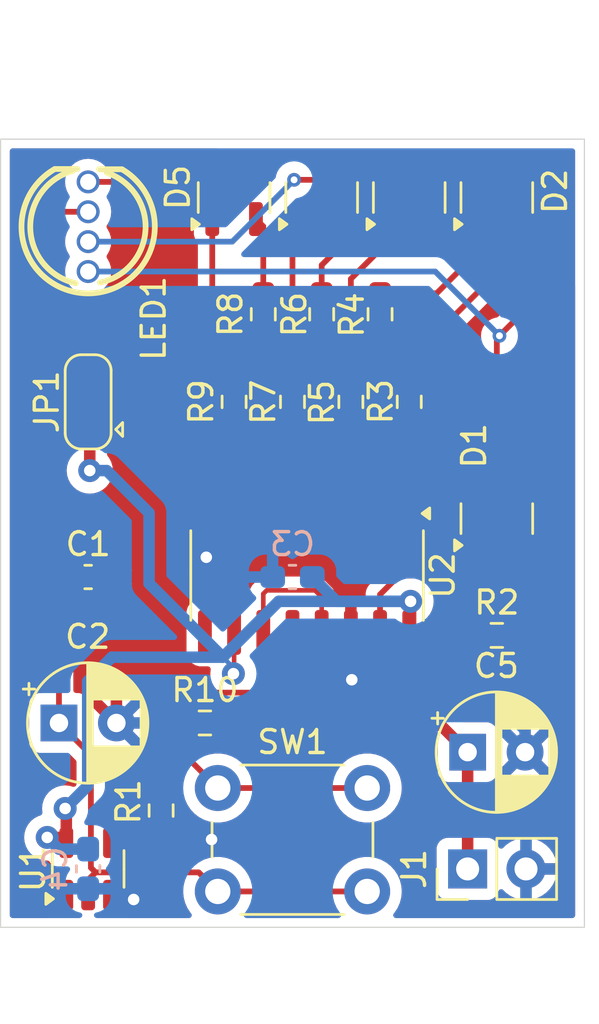
<source format=kicad_pcb>
(kicad_pcb (version 20240108) (generator "pcbnew") (generator_version "8.0")
  (layers (0 "F.Cu" signal) (31 "B.Cu" signal) (34 "B.Paste" user) (35 "F.Paste" user) (36 "B.SilkS" user "B.Silkscreen") (37 "F.SilkS" user "F.Silkscreen") (38 "B.Mask" user) (39 "F.Mask" user) (44 "Edge.Cuts" user))
  (net 0 "")
  (net 1 "GND")
  (net 2 "Net-(C1-Pad1)")
  (net 3 "+5V")
  (net 4 "/3r/o1")
  (net 6 "Net-(D1-Pad1)")
  (net 7 "Net-(D2-Pad2)")
  (net 8 "Net-(D2-Pad1)")
  (net 9 "Net-(D3-Pad1)")
  (net 11 "/3r1/o1")
  (net 12 "Net-(D4-Pad1)")
  (net 13 "Net-(D4-Pad2)")
  (net 14 "Net-(D5-Pad1)")
  (net 15 "Net-(D5-Pad2)")
  (net 16 "/2r/o")
  (net 17 "Net-(JP1-C)")
  (net 18 "Net-(U2-CPC)")
  (net 19 "/3r/i1")
  (net 20 "/3r/i2")
  (net 21 "/3r/i3")
  (net 22 "/3r1/i1")
  (net 23 "/3r1/i2")
  (net 24 "/3r1/i3")
  (net 25 "/2r/i2")
  (net 26 "/2r/i3")
  (net 27 "Net-(R10-Pad1)")
  (footprint "Jumper:SolderJumper-3_P1.3mm_Open_RoundedPad1.0x1.5mm" (layer "F.Cu") (at 151.13 74.93 90)
    (property "Reference" "JP1" (at 0 -1.8 90) (layer "F.SilkS"))
    (property "Value" "SolderJumper_3_Open")
    (pad "1" smd custom (at -1.3 0 90) (size 1 0.5) (layers "F.Cu" "F.Mask") (net 3 "+5V") (options (clearance outline) (anchor rect)) (primitives (gr_circle (center 0 0.25) (end 0.5 0.25) (width 0) (fill yes)) (gr_circle (center 0 -0.25) (end 0.5 -0.25) (width 0) (fill yes)) (gr_poly (pts (xy 0.55 0.75) (xy 0 0.75) (xy 0 -0.75) (xy 0.55 -0.75)) (width 0) (fill yes))))
    (pad "2" smd rect (at 0 0 90) (size 0.8 1.5) (layers "F.Cu" "F.Mask") (net 17 "Net-(JP1-C)"))
    (pad "3" smd custom (at 1.3 0 90) (size 1 0.5) (layers "F.Cu" "F.Mask") (net 1 "GND") (options (clearance outline) (anchor rect)) (primitives (gr_circle (center 0 0.25) (end 0.5 0.25) (width 0) (fill yes)) (gr_circle (center 0 -0.25) (end 0.5 -0.25) (width 0) (fill yes)) (gr_poly (pts (xy 0 0.75) (xy -0.55 0.75) (xy -0.55 -0.75) (xy 0 -0.75)) (width 0) (fill yes))))
  )
  (footprint "Package_TO_SOT_SMD:SOT-23-5" (layer "F.Cu") (at 151.13 95.25 90)
    (property "Reference" "U1" (at 0 -2.4 90) (layer "F.SilkS"))
    (property "Value" "SN74LVC1G14DBV")
    (pad "1" smd roundrect (at -1.1375 -0.95 90) (size 1.325 0.6) (layers "F.Cu" "F.Paste" "F.Mask"))
    (pad "2" smd roundrect (at -1.1375 0 90) (size 1.325 0.6) (layers "F.Cu" "F.Paste" "F.Mask") (net 2 "Net-(C1-Pad1)"))
    (pad "3" smd roundrect (at -1.1375 0.95 90) (size 1.325 0.6) (layers "F.Cu" "F.Paste" "F.Mask") (net 1 "GND"))
    (pad "4" smd roundrect (at 1.1375 0.95 90) (size 1.325 0.6) (layers "F.Cu" "F.Paste" "F.Mask") (net 18 "Net-(U2-CPC)"))
    (pad "5" smd roundrect (at 1.1375 -0.95 90) (size 1.325 0.6) (layers "F.Cu" "F.Paste" "F.Mask") (net 3 "+5V"))
  )
  (footprint "Package_TO_SOT_SMD:SOT-23" (layer "F.Cu") (at 157.48 66.04 90)
    (property "Reference" "D5" (at 0.44 -2.45 90) (layer "F.SilkS"))
    (property "Value" "BAT54C")
    (pad "1" smd roundrect (at -0.9375 -0.95 90) (size 1.475 0.6) (layers "F.Cu" "F.Paste" "F.Mask") (net 14 "Net-(D5-Pad1)"))
    (pad "2" smd roundrect (at -0.9375 0.95 90) (size 1.475 0.6) (layers "F.Cu" "F.Paste" "F.Mask") (net 15 "Net-(D5-Pad2)"))
    (pad "3" smd roundrect (at 0.9375 0 90) (size 1.475 0.6) (layers "F.Cu" "F.Paste" "F.Mask") (net 16 "/2r/o"))
  )
  (footprint "Connector_PinHeader_2.54mm:PinHeader_1x02_P2.54mm_Vertical" (layer "F.Cu") (at 167.64 95.25 90)
    (property "Reference" "J1" (at 0 -2.33 90) (layer "F.SilkS"))
    (property "Value" "Conn_01x02_Pin")
    (pad "1" thru_hole rect (at 0 0 90) (size 1.7 1.7) (drill 1) (layers "*.Cu" "*.Mask") (net 3 "+5V"))
    (pad "2" thru_hole oval (at 0 2.54 90) (size 1.7 1.7) (drill 1) (layers "*.Cu" "*.Mask") (net 1 "GND"))
  )
  (footprint "Package_TO_SOT_SMD:SOT-23" (layer "F.Cu") (at 165.1 66.04 90)
    (property "Reference" "D3" (hide yes))
    (property "Value" "BAT54C")
    (pad "1" smd roundrect (at -0.9375 -0.95 90) (size 1.475 0.6) (layers "F.Cu" "F.Paste" "F.Mask") (net 9 "Net-(D3-Pad1)"))
    (pad "2" smd roundrect (at -0.9375 0.95 90) (size 1.475 0.6) (layers "F.Cu" "F.Paste" "F.Mask"))
    (pad "3" smd roundrect (at 0.9375 0 90) (size 1.475 0.6) (layers "F.Cu" "F.Paste" "F.Mask") (net 11 "/3r1/o1"))
  )
  (footprint "Resistor_SMD:R_0603_1608Metric_Pad0.98x0.95mm_HandSolder" (layer "F.Cu") (at 156.21 88.9)
    (property "Reference" "R10" (at 0 -1.43 0) (layer "F.SilkS"))
    (property "Value" "100")
    (pad "1" smd roundrect (at -0.9125 0) (size 0.975 0.95) (layers "F.Cu" "F.Paste" "F.Mask") (net 27 "Net-(R10-Pad1)"))
    (pad "2" smd roundrect (at 0.9125 0) (size 0.975 0.95) (layers "F.Cu" "F.Paste" "F.Mask") (net 1 "GND"))
  )
  (footprint "Package_SO:SOIC-16_3.9x9.9mm_P1.27mm" (layer "F.Cu") (at 160.655 82.485 -90)
    (property "Reference" "U2" (at 0 -5.9 90) (layer "F.SilkS"))
    (property "Value" "74HC590A")
    (pad "1" smd roundrect (at -2.475 -4.445 270) (size 1.95 0.6) (layers "F.Cu" "F.Paste" "F.Mask") (net 20 "/3r/i2"))
    (pad "2" smd roundrect (at -2.475 -3.175 270) (size 1.95 0.6) (layers "F.Cu" "F.Paste" "F.Mask") (net 21 "/3r/i3"))
    (pad "3" smd roundrect (at -2.475 -1.905 270) (size 1.95 0.6) (layers "F.Cu" "F.Paste" "F.Mask") (net 22 "/3r1/i1"))
    (pad "4" smd roundrect (at -2.475 -0.635 270) (size 1.95 0.6) (layers "F.Cu" "F.Paste" "F.Mask") (net 23 "/3r1/i2"))
    (pad "5" smd roundrect (at -2.475 0.635 270) (size 1.95 0.6) (layers "F.Cu" "F.Paste" "F.Mask") (net 24 "/3r1/i3"))
    (pad "6" smd roundrect (at -2.475 1.905 270) (size 1.95 0.6) (layers "F.Cu" "F.Paste" "F.Mask") (net 25 "/2r/i2"))
    (pad "7" smd roundrect (at -2.475 3.175 270) (size 1.95 0.6) (layers "F.Cu" "F.Paste" "F.Mask") (net 26 "/2r/i3"))
    (pad "8" smd roundrect (at -2.475 4.445 270) (size 1.95 0.6) (layers "F.Cu" "F.Paste" "F.Mask") (net 1 "GND"))
    (pad "9" smd roundrect (at 2.475 4.445 270) (size 1.95 0.6) (layers "F.Cu" "F.Paste" "F.Mask"))
    (pad "10" smd roundrect (at 2.475 3.175 270) (size 1.95 0.6) (layers "F.Cu" "F.Paste" "F.Mask") (net 3 "+5V"))
    (pad "11" smd roundrect (at 2.475 1.905 270) (size 1.95 0.6) (layers "F.Cu" "F.Paste" "F.Mask") (net 18 "Net-(U2-CPC)"))
    (pad "12" smd roundrect (at 2.475 0.635 270) (size 1.95 0.6) (layers "F.Cu" "F.Paste" "F.Mask") (net 1 "GND"))
    (pad "13" smd roundrect (at 2.475 -0.635 270) (size 1.95 0.6) (layers "F.Cu" "F.Paste" "F.Mask") (net 18 "Net-(U2-CPC)"))
    (pad "14" smd roundrect (at 2.475 -1.905 270) (size 1.95 0.6) (layers "F.Cu" "F.Paste" "F.Mask") (net 1 "GND"))
    (pad "15" smd roundrect (at 2.475 -3.175 270) (size 1.95 0.6) (layers "F.Cu" "F.Paste" "F.Mask") (net 19 "/3r/i1"))
    (pad "16" smd roundrect (at 2.475 -4.445 270) (size 1.95 0.6) (layers "F.Cu" "F.Paste" "F.Mask") (net 3 "+5V"))
  )
  (footprint "Resistor_SMD:R_0603_1608Metric_Pad0.98x0.95mm_HandSolder" (layer "F.Cu") (at 162.56 74.93 90)
    (property "Reference" "R5" (at -0.03 -1.26 90) (layer "F.SilkS"))
    (property "Value" "R")
    (pad "1" smd roundrect (at -0.9125 0 90) (size 0.975 0.95) (layers "F.Cu" "F.Paste" "F.Mask") (net 22 "/3r1/i1"))
    (pad "2" smd roundrect (at 0.9125 0 90) (size 0.975 0.95) (layers "F.Cu" "F.Paste" "F.Mask") (net 9 "Net-(D3-Pad1)"))
  )
  (footprint "Resistor_SMD:R_0603_1608Metric_Pad0.98x0.95mm_HandSolder" (layer "F.Cu") (at 158.75 71.12 90)
    (property "Reference" "R8" (at 0 -1.43 90) (layer "F.SilkS"))
    (property "Value" "R")
    (pad "1" smd roundrect (at -0.9125 0 90) (size 0.975 0.95) (layers "F.Cu" "F.Paste" "F.Mask") (net 25 "/2r/i2"))
    (pad "2" smd roundrect (at 0.9125 0 90) (size 0.975 0.95) (layers "F.Cu" "F.Paste" "F.Mask") (net 15 "Net-(D5-Pad2)"))
  )
  (footprint "easyeda2kicad:LED-TH_4P-BD5.8-P1.30" (layer "F.Cu") (at 151.13 67.31 90)
    (property "Reference" "LED1" (at -3.99 2.85 90) (layer "F.SilkS"))
    (property "Value" "TJ-L5FYTXHTCYLCRGB-A5")
    (pad "1" thru_hole oval (at 1.95 0 90) (size 1 1) (drill 0.700024) (layers "*.Cu" "*.Mask") (net 16 "/2r/o"))
    (pad "2" thru_hole oval (at 0.65 0 90) (size 1 1) (drill 0.700024) (layers "*.Cu" "*.Mask") (net 17 "Net-(JP1-C)"))
    (pad "3" thru_hole oval (at -0.65 0 90) (size 1 1) (drill 0.700024) (layers "*.Cu" "*.Mask") (net 11 "/3r1/o1"))
    (pad "4" thru_hole oval (at -1.95 0 90) (size 1 1) (drill 0.700024) (layers "*.Cu" "*.Mask") (net 4 "/3r/o1"))
  )
  (footprint "Resistor_SMD:R_0603_1608Metric_Pad0.98x0.95mm_HandSolder" (layer "F.Cu") (at 154.305 92.71 90)
    (property "Reference" "R1" (at 0.38 -1.425 90) (layer "F.SilkS"))
    (property "Value" "10K")
    (pad "1" smd roundrect (at -0.9125 0 90) (size 0.975 0.95) (layers "F.Cu" "F.Paste" "F.Mask") (net 2 "Net-(C1-Pad1)"))
    (pad "2" smd roundrect (at 0.9125 0 90) (size 0.975 0.95) (layers "F.Cu" "F.Paste" "F.Mask") (net 18 "Net-(U2-CPC)"))
  )
  (footprint "Resistor_SMD:R_0603_1608Metric_Pad0.98x0.95mm_HandSolder" (layer "F.Cu") (at 157.48 74.93 90)
    (property "Reference" "R9" (at 0 -1.43 90) (layer "F.SilkS"))
    (property "Value" "R")
    (pad "1" smd roundrect (at -0.9125 0 90) (size 0.975 0.95) (layers "F.Cu" "F.Paste" "F.Mask") (net 26 "/2r/i3"))
    (pad "2" smd roundrect (at 0.9125 0 90) (size 0.975 0.95) (layers "F.Cu" "F.Paste" "F.Mask") (net 14 "Net-(D5-Pad1)"))
  )
  (footprint "Package_TO_SOT_SMD:SOT-23" (layer "F.Cu") (at 161.29 66.04 90)
    (property "Reference" "D4" (hide yes))
    (property "Value" "BAT54C")
    (pad "1" smd roundrect (at -0.9375 -0.95 90) (size 1.475 0.6) (layers "F.Cu" "F.Paste" "F.Mask") (net 12 "Net-(D4-Pad1)"))
    (pad "2" smd roundrect (at -0.9375 0.95 90) (size 1.475 0.6) (layers "F.Cu" "F.Paste" "F.Mask") (net 13 "Net-(D4-Pad2)"))
    (pad "3" smd roundrect (at 0.9375 0 90) (size 1.475 0.6) (layers "F.Cu" "F.Paste" "F.Mask") (net 11 "/3r1/o1"))
  )
  (footprint "Package_TO_SOT_SMD:SOT-23" (layer "F.Cu") (at 168.91 66.04 90)
    (property "Reference" "D2" (at 0.27 2.53 90) (layer "F.SilkS"))
    (property "Value" "BAT54C")
    (pad "1" smd roundrect (at -0.9375 -0.95 90) (size 1.475 0.6) (layers "F.Cu" "F.Paste" "F.Mask") (net 8 "Net-(D2-Pad1)"))
    (pad "2" smd roundrect (at -0.9375 0.95 90) (size 1.475 0.6) (layers "F.Cu" "F.Paste" "F.Mask") (net 7 "Net-(D2-Pad2)"))
    (pad "3" smd roundrect (at 0.9375 0 90) (size 1.475 0.6) (layers "F.Cu" "F.Paste" "F.Mask") (net 4 "/3r/o1"))
  )
  (footprint "Resistor_SMD:R_0603_1608Metric_Pad0.98x0.95mm_HandSolder" (layer "F.Cu") (at 163.83 71.12 90)
    (property "Reference" "R4" (at -0.03 -1.23 90) (layer "F.SilkS"))
    (property "Value" "R")
    (pad "1" smd roundrect (at -0.9125 0 90) (size 0.975 0.95) (layers "F.Cu" "F.Paste" "F.Mask") (net 21 "/3r/i3"))
    (pad "2" smd roundrect (at 0.9125 0 90) (size 0.975 0.95) (layers "F.Cu" "F.Paste" "F.Mask") (net 8 "Net-(D2-Pad1)"))
  )
  (footprint "Button_Switch_THT:SW_PUSH_6mm" (layer "F.Cu") (at 156.77 91.73)
    (property "Reference" "SW1" (at 3.25 -2 0) (layer "F.SilkS"))
    (property "Value" "SW_Push")
    (pad "1" thru_hole circle (at 0 0 90) (size 2 2) (drill 1.1) (layers "*.Cu" "*.Mask") (net 27 "Net-(R10-Pad1)"))
    (pad "1" thru_hole circle (at 6.5 0 90) (size 2 2) (drill 1.1) (layers "*.Cu" "*.Mask") (net 27 "Net-(R10-Pad1)"))
    (pad "2" thru_hole circle (at 0 4.5 90) (size 2 2) (drill 1.1) (layers "*.Cu" "*.Mask") (net 2 "Net-(C1-Pad1)"))
    (pad "2" thru_hole circle (at 6.5 4.5 90) (size 2 2) (drill 1.1) (layers "*.Cu" "*.Mask") (net 2 "Net-(C1-Pad1)"))
  )
  (footprint "Resistor_SMD:R_0603_1608Metric_Pad0.98x0.95mm_HandSolder" (layer "F.Cu") (at 168.91 85.09)
    (property "Reference" "R2" (at 0 -1.43 360) (layer "F.SilkS"))
    (property "Value" "R")
    (pad "1" smd roundrect (at -0.9125 0) (size 0.975 0.95) (layers "F.Cu" "F.Paste" "F.Mask") (net 19 "/3r/i1"))
    (pad "2" smd roundrect (at 0.9125 0) (size 0.975 0.95) (layers "F.Cu" "F.Paste" "F.Mask") (net 6 "Net-(D1-Pad1)"))
  )
  (footprint "Capacitor_THT:CP_Radial_D5.0mm_P2.50mm" (layer "F.Cu") (at 149.86 88.9)
    (property "Reference" "C2" (at 1.25 -3.75 0) (layer "F.SilkS"))
    (property "Value" "50uF")
    (pad "1" thru_hole rect (at 0 0) (size 1.6 1.6) (drill 0.8) (layers "*.Cu" "*.Mask") (net 2 "Net-(C1-Pad1)"))
    (pad "2" thru_hole circle (at 2.5 0) (size 1.6 1.6) (drill 0.8) (layers "*.Cu" "*.Mask") (net 1 "GND"))
  )
  (footprint "Package_TO_SOT_SMD:SOT-23" (layer "F.Cu") (at 168.91 80.01 90)
    (property "Reference" "D1" (at 3.17 -0.99 90) (layer "F.SilkS"))
    (property "Value" "BAT54C")
    (pad "1" smd roundrect (at -0.9375 -0.95 90) (size 1.475 0.6) (layers "F.Cu" "F.Paste" "F.Mask") (net 6 "Net-(D1-Pad1)"))
    (pad "2" smd roundrect (at -0.9375 0.95 90) (size 1.475 0.6) (layers "F.Cu" "F.Paste" "F.Mask"))
    (pad "3" smd roundrect (at 0.9375 0 90) (size 1.475 0.6) (layers "F.Cu" "F.Paste" "F.Mask") (net 4 "/3r/o1"))
  )
  (footprint "Capacitor_SMD:C_0603_1608Metric_Pad1.08x0.95mm_HandSolder" (layer "F.Cu") (at 151.13 82.55)
    (property "Reference" "C1" (at 0 -1.43 0) (layer "F.SilkS"))
    (property "Value" "4nf")
    (pad "1" smd roundrect (at -0.8625 0) (size 1.075 0.95) (layers "F.Cu" "F.Paste" "F.Mask") (net 2 "Net-(C1-Pad1)"))
    (pad "2" smd roundrect (at 0.8625 0) (size 1.075 0.95) (layers "F.Cu" "F.Paste" "F.Mask") (net 1 "GND"))
  )
  (footprint "Capacitor_THT:CP_Radial_D5.0mm_P2.50mm" (layer "F.Cu") (at 167.64 90.17)
    (property "Reference" "C5" (at 1.25 -3.75 0) (layer "F.SilkS"))
    (property "Value" "50uF")
    (pad "1" thru_hole rect (at 0 0) (size 1.6 1.6) (drill 0.8) (layers "*.Cu" "*.Mask") (net 3 "+5V"))
    (pad "2" thru_hole circle (at 2.5 0) (size 1.6 1.6) (drill 0.8) (layers "*.Cu" "*.Mask") (net 1 "GND"))
  )
  (footprint "Resistor_SMD:R_0603_1608Metric_Pad0.98x0.95mm_HandSolder" (layer "F.Cu") (at 161.29 71.12 90)
    (property "Reference" "R6" (at -0.01 -1.19 90) (layer "F.SilkS"))
    (property "Value" "R")
    (pad "1" smd roundrect (at -0.9125 0 90) (size 0.975 0.95) (layers "F.Cu" "F.Paste" "F.Mask") (net 23 "/3r1/i2"))
    (pad "2" smd roundrect (at 0.9125 0 90) (size 0.975 0.95) (layers "F.Cu" "F.Paste" "F.Mask") (net 13 "Net-(D4-Pad2)"))
  )
  (footprint "Resistor_SMD:R_0603_1608Metric_Pad0.98x0.95mm_HandSolder" (layer "F.Cu") (at 165.1 74.93 90)
    (property "Reference" "R3" (at 0.01 -1.24 90) (layer "F.SilkS"))
    (property "Value" "R")
    (pad "1" smd roundrect (at -0.9125 0 90) (size 0.975 0.95) (layers "F.Cu" "F.Paste" "F.Mask") (net 20 "/3r/i2"))
    (pad "2" smd roundrect (at 0.9125 0 90) (size 0.975 0.95) (layers "F.Cu" "F.Paste" "F.Mask") (net 7 "Net-(D2-Pad2)"))
  )
  (footprint "Resistor_SMD:R_0603_1608Metric_Pad0.98x0.95mm_HandSolder" (layer "F.Cu") (at 160.02 74.93 90)
    (property "Reference" "R7" (at -0.01 -1.27 90) (layer "F.SilkS"))
    (property "Value" "R")
    (pad "1" smd roundrect (at -0.9125 0 90) (size 0.975 0.95) (layers "F.Cu" "F.Paste" "F.Mask") (net 24 "/3r1/i3"))
    (pad "2" smd roundrect (at 0.9125 0 90) (size 0.975 0.95) (layers "F.Cu" "F.Paste" "F.Mask") (net 12 "Net-(D4-Pad1)"))
  )
  (footprint "Capacitor_SMD:C_0603_1608Metric_Pad1.08x0.95mm_HandSolder" (layer "B.Cu") (at 151.13 95.25 -90)
    (property "Reference" "C4" (at 0 1.43 90) (layer "B.SilkS") (effects (justify mirror)))
    (property "Value" "4nf")
    (pad "1" smd roundrect (at -0.8625 0 270) (size 1.075 0.95) (layers "B.Cu" "B.Paste" "B.Mask") (net 3 "+5V"))
    (pad "2" smd roundrect (at 0.8625 0 270) (size 1.075 0.95) (layers "B.Cu" "B.Paste" "B.Mask") (net 1 "GND"))
  )
  (footprint "Capacitor_SMD:C_0603_1608Metric_Pad1.08x0.95mm_HandSolder" (layer "B.Cu") (at 160.02 82.55 180)
    (property "Reference" "C3" (at 0 1.43 0) (layer "B.SilkS") (effects (justify mirror)))
    (property "Value" "4nf")
    (pad "1" smd roundrect (at -0.8625 0 180) (size 1.075 0.95) (layers "B.Cu" "B.Paste" "B.Mask") (net 3 "+5V"))
    (pad "2" smd roundrect (at 0.8625 0 180) (size 1.075 0.95) (layers "B.Cu" "B.Paste" "B.Mask") (net 1 "GND"))
  )
  (gr_line (start 147.32 97.79) (end 172.72 97.79) (stroke (width 0.05)) (layer "Edge.Cuts"))
  (gr_line (start 147.32 63.5) (end 147.32 97.79) (stroke (width 0.05)) (layer "Edge.Cuts"))
  (gr_line (start 172.72 63.5) (end 147.32 63.5) (stroke (width 0.05)) (layer "Edge.Cuts"))
  (gr_line (start 172.72 97.79) (end 172.72 63.5) (stroke (width 0.05)) (layer "Edge.Cuts"))
  (segment (start 162.5 87.12) (end 162.6 87.02) (width 0.5) (layer "F.Cu") (net 1))
  (segment (start 160.03 87.12) (end 162.5 87.12) (width 0.5) (layer "F.Cu") (net 1))
  (segment (start 151.9925 82.55) (end 155.41 82.55) (width 0.5) (layer "F.Cu") (net 1))
  (segment (start 162.56 86.98) (end 162.6 87.02) (width 0.5) (layer "F.Cu") (net 1))
  (segment (start 158.25 88.9) (end 160.03 87.12) (width 0.5) (layer "F.Cu") (net 1))
  (segment (start 162.56 84.96) (end 162.56 86.98) (width 0.5) (layer "F.Cu") (net 1))
  (segment (start 152.36 88.9) (end 152.36 82.9175) (width 0.5) (layer "F.Cu") (net 1))
  (segment (start 156.55 93.92) (end 157.21 93.92) (width 0.5) (layer "F.Cu") (net 1))
  (segment (start 160.02 84.96) (end 160.02 87.11) (width 0.5) (layer "F.Cu") (net 1))
  (segment (start 160.02 87.11) (end 160.03 87.12) (width 0.5) (layer "F.Cu") (net 1))
  (segment (start 153.11 96.58) (end 152.2725 96.58) (width 0.5) (layer "F.Cu") (net 1))
  (segment (start 152.36 82.9175) (end 151.9925 82.55) (width 0.5) (layer "F.Cu") (net 1))
  (segment (start 156.27 81.69) (end 156.27 80.07) (width 0.5) (layer "F.Cu") (net 1))
  (segment (start 157.1225 88.9) (end 158.25 88.9) (width 0.5) (layer "F.Cu") (net 1))
  (segment (start 155.41 82.55) (end 156.27 81.69) (width 0.5) (layer "F.Cu") (net 1))
  (segment (start 156.5 93.97) (end 156.55 93.92) (width 0.5) (layer "F.Cu") (net 1))
  (segment (start 152.2725 96.58) (end 152.08 96.3875) (width 0.5) (layer "F.Cu") (net 1))
  (segment (start 156.27 80.07) (end 156.21 80.01) (width 0.5) (layer "F.Cu") (net 1))
  (via (at 162.6 87.02) (size 1) (drill 0.5) (layers "F.Cu" "B.Cu") (net 1))
  (via (at 156.5 93.97) (size 1) (drill 0.5) (layers "F.Cu" "B.Cu") (net 1))
  (via (at 153.11 96.58) (size 1) (drill 0.5) (layers "F.Cu" "B.Cu") (net 1))
  (via (at 156.27 81.69) (size 1) (drill 0.5) (layers "F.Cu" "B.Cu") (net 1))
  (segment (start 153.11 96.58) (end 153.15 96.58) (width 0.5) (layer "B.Cu") (net 1))
  (segment (start 162.6 87.02) (end 167.96 87.02) (width 0.5) (layer "B.Cu") (net 1))
  (segment (start 152.36 88.9) (end 160.72 88.9) (width 0.5) (layer "B.Cu") (net 1))
  (segment (start 157.13 82.55) (end 156.27 81.69) (width 0.5) (layer "B.Cu") (net 1))
  (segment (start 159.1575 82.55) (end 157.13 82.55) (width 0.5) (layer "B.Cu") (net 1))
  (segment (start 167.96 87.02) (end 170.14 89.2) (width 0.5) (layer "B.Cu") (net 1))
  (segment (start 153.15 96.58) (end 155.76 93.97) (width 0.5) (layer "B.Cu") (net 1))
  (segment (start 151.13 96.1125) (end 152.6425 96.1125) (width 0.5) (layer "B.Cu") (net 1))
  (segment (start 160.72 88.9) (end 162.6 87.02) (width 0.5) (layer "B.Cu") (net 1))
  (segment (start 170.14 89.2) (end 170.14 90.17) (width 0.5) (layer "B.Cu") (net 1))
  (segment (start 155.76 93.97) (end 156.5 93.97) (width 0.5) (layer "B.Cu") (net 1))
  (segment (start 152.6425 96.1125) (end 153.11 96.58) (width 0.5) (layer "B.Cu") (net 1))
  (segment (start 151.13 96.3875) (end 151.13 95.725001) (width 0.25) (layer "F.Cu") (net 2))
  (segment (start 154.19 95.4) (end 155.94 95.4) (width 0.25) (layer "F.Cu") (net 2))
  (segment (start 149.86 88.9) (end 149.86 82.9575) (width 0.25) (layer "F.Cu") (net 2))
  (segment (start 154.305 95.285) (end 154.19 95.4) (width 0.25) (layer "F.Cu") (net 2))
  (segment (start 156.77 96.23) (end 163.27 96.23) (width 0.25) (layer "F.Cu") (net 2))
  (segment (start 155.94 95.4) (end 156.77 96.23) (width 0.25) (layer "F.Cu") (net 2))
  (segment (start 151.13 95.725001) (end 151.455001 95.4) (width 0.25) (layer "F.Cu") (net 2))
  (segment (start 151.25 90.29) (end 149.86 88.9) (width 0.25) (layer "F.Cu") (net 2))
  (segment (start 151.455001 95.4) (end 151.25 95.194999) (width 0.25) (layer "F.Cu") (net 2))
  (segment (start 151.455001 95.4) (end 154.19 95.4) (width 0.25) (layer "F.Cu") (net 2))
  (segment (start 154.305 93.6225) (end 154.305 95.285) (width 0.25) (layer "F.Cu") (net 2))
  (segment (start 149.86 82.9575) (end 150.2675 82.55) (width 0.25) (layer "F.Cu") (net 2))
  (segment (start 151.25 95.194999) (end 151.25 90.29) (width 0.25) (layer "F.Cu") (net 2))
  (segment (start 165.158364 83.608364) (end 165.158364 84.901636) (width 0.5) (layer "F.Cu") (net 3))
  (segment (start 157.45 86.755) (end 157.48 86.725) (width 0.2) (layer "F.Cu") (net 3))
  (segment (start 151.2 76.3) (end 151.13 76.23) (width 0.5) (layer "F.Cu") (net 3))
  (segment (start 165.158364 84.901636) (end 165.1 84.96) (width 0.5) (layer "F.Cu") (net 3))
  (segment (start 151.2 77.92) (end 151.2 76.3) (width 0.5) (layer "F.Cu") (net 3))
  (segment (start 149.9475 93.88) (end 150.18 94.1125) (width 0.5) (layer "F.Cu") (net 3))
  (segment (start 150.18 94.1125) (end 150.18 92.67) (width 0.5) (layer "F.Cu") (net 3))
  (segment (start 150.18 92.67) (end 150.13 92.62) (width 0.5) (layer "F.Cu") (net 3))
  (segment (start 165.1 84.96) (end 165.1 87.63) (width 0.5) (layer "F.Cu") (net 3))
  (segment (start 167.64 90.17) (end 167.64 95.25) (width 0.5) (layer "F.Cu") (net 3))
  (segment (start 157.48 86.725) (end 157.48 84.96) (width 0.2) (layer "F.Cu") (net 3))
  (segment (start 165.1 87.63) (end 167.64 90.17) (width 0.5) (layer "F.Cu") (net 3))
  (segment (start 149.35 93.88) (end 149.9475 93.88) (width 0.5) (layer "F.Cu") (net 3))
  (via (at 151.2 77.92) (size 1) (drill 0.5) (layers "F.Cu" "B.Cu") (net 3))
  (via (at 157.45 86.755) (size 1) (drill 0.5) (layers "F.Cu" "B.Cu") (net 3))
  (via (at 165.158364 83.608364) (size 1) (drill 0.5) (layers "F.Cu" "B.Cu") (net 3))
  (via (at 149.35 93.88) (size 1) (drill 0.5) (layers "F.Cu" "B.Cu") (net 3))
  (via (at 150.13 92.62) (size 1) (drill 0.5) (layers "F.Cu" "B.Cu") (net 3))
  (segment (start 151.94 77.92) (end 151.2 77.92) (width 0.5) (layer "B.Cu") (net 3))
  (segment (start 161.940864 83.608364) (end 165.158364 83.608364) (width 0.5) (layer "B.Cu") (net 3))
  (segment (start 151.11 87.09) (end 152.161117 86.038883) (width 0.5) (layer "B.Cu") (net 3))
  (segment (start 149.8575 94.3875) (end 149.35 93.88) (width 0.5) (layer "B.Cu") (net 3))
  (segment (start 156.988883 86.038883) (end 153.78 82.83) (width 0.5) (layer "B.Cu") (net 3))
  (segment (start 151.13 94.3875) (end 149.8575 94.3875) (width 0.5) (layer "B.Cu") (net 3))
  (segment (start 150.13 92.62) (end 151.11 91.64) (width 0.5) (layer "B.Cu") (net 3))
  (segment (start 160.8825 82.55) (end 161.940864 83.608364) (width 0.5) (layer "B.Cu") (net 3))
  (segment (start 159.419403 83.608364) (end 165.158364 83.608364) (width 0.5) (layer "B.Cu") (net 3))
  (segment (start 156.988883 86.038883) (end 159.419403 83.608364) (width 0.5) (layer "B.Cu") (net 3))
  (segment (start 151.11 91.64) (end 151.11 87.09) (width 0.5) (layer "B.Cu") (net 3))
  (segment (start 157.45 86.5) (end 156.988883 86.038883) (width 0.2) (layer "B.Cu") (net 3))
  (segment (start 153.78 79.76) (end 151.94 77.92) (width 0.5) (layer "B.Cu") (net 3))
  (segment (start 157.45 86.755) (end 157.45 86.5) (width 0.2) (layer "B.Cu") (net 3))
  (segment (start 153.78 82.83) (end 153.78 79.76) (width 0.5) (layer "B.Cu") (net 3))
  (segment (start 152.161117 86.038883) (end 156.988883 86.038883) (width 0.5) (layer "B.Cu") (net 3))
  (segment (start 171.56 69.52) (end 171.56 65.25) (width 0.25) (layer "F.Cu") (net 4))
  (segment (start 168.91 79.0725) (end 168.91 72.17) (width 0.25) (layer "F.Cu") (net 4))
  (segment (start 171.56 65.25) (end 171.4125 65.1025) (width 0.25) (layer "F.Cu") (net 4))
  (segment (start 171.4125 65.1025) (end 168.91 65.1025) (width 0.25) (layer "F.Cu") (net 4))
  (segment (start 169.025 72.055) (end 171.56 69.52) (width 0.25) (layer "F.Cu") (net 4))
  (segment (start 168.91 72.17) (end 169.025 72.055) (width 0.25) (layer "F.Cu") (net 4))
  (via (at 169.025 72.055) (size 0.6) (drill 0.3) (layers "F.Cu" "B.Cu") (net 4))
  (segment (start 151.13 69.26) (end 166.23 69.26) (width 0.25) (layer "B.Cu") (net 4))
  (segment (start 166.23 69.26) (end 169.025 72.055) (width 0.25) (layer "B.Cu") (net 4))
  (segment (start 169.8225 84.0425) (end 167.96 82.18) (width 0.25) (layer "F.Cu") (net 6))
  (segment (start 169.8225 85.09) (end 169.8225 84.0425) (width 0.25) (layer "F.Cu") (net 6))
  (segment (start 167.96 82.18) (end 167.96 80.9475) (width 0.25) (layer "F.Cu") (net 6))
  (segment (start 165.1 74.0175) (end 165.1 73.14) (width 0.25) (layer "F.Cu") (net 7))
  (segment (start 165.1 73.14) (end 169.86 68.38) (width 0.25) (layer "F.Cu") (net 7))
  (segment (start 169.86 68.38) (end 169.86 66.9775) (width 0.25) (layer "F.Cu") (net 7))
  (segment (start 166.2925 70.2075) (end 167.96 68.54) (width 0.25) (layer "F.Cu") (net 8))
  (segment (start 163.83 70.2075) (end 166.2925 70.2075) (width 0.25) (layer "F.Cu") (net 8))
  (segment (start 167.96 68.54) (end 167.96 66.9775) (width 0.25) (layer "F.Cu") (net 8))
  (segment (start 162.56 74.0175) (end 162.56 69.58) (width 0.25) (layer "F.Cu") (net 9))
  (segment (start 162.56 69.58) (end 164.15 67.99) (width 0.25) (layer "F.Cu") (net 9))
  (segment (start 164.15 67.99) (end 164.15 66.9775) (width 0.25) (layer "F.Cu") (net 9))
  (segment (start 165.1 65.1025) (end 161.29 65.1025) (width 0.25) (layer "F.Cu") (net 11))
  (segment (start 160.09 65.27) (end 161.1225 65.27) (width 0.25) (layer "F.Cu") (net 11))
  (segment (start 161.1225 65.27) (end 161.29 65.1025) (width 0.25) (layer "F.Cu") (net 11))
  (via (at 160.09 65.27) (size 0.6) (drill 0.3) (layers "F.Cu" "B.Cu") (net 11))
  (segment (start 157.4 67.96) (end 160.09 65.27) (width 0.25) (layer "B.Cu") (net 11))
  (segment (start 151.13 67.96) (end 157.4 67.96) (width 0.25) (layer "B.Cu") (net 11))
  (segment (start 160.34 68.2475) (end 160.34 66.9775) (width 0.25) (layer "F.Cu") (net 12))
  (segment (start 160.02 68.5675) (end 160.34 68.2475) (width 0.25) (layer "F.Cu") (net 12))
  (segment (start 160.02 74.0175) (end 160.02 68.5675) (width 0.25) (layer "F.Cu") (net 12))
  (segment (start 162.24 68.03) (end 162.24 66.9775) (width 0.25) (layer "F.Cu") (net 13))
  (segment (start 161.29 68.98) (end 162.24 68.03) (width 0.25) (layer "F.Cu") (net 13))
  (segment (start 161.29 70.2075) (end 161.29 68.98) (width 0.25) (layer "F.Cu") (net 13))
  (segment (start 161.29 70.2075) (end 161.3125 70.2075) (width 0.25) (layer "F.Cu") (net 13))
  (segment (start 157.48 74.0175) (end 156.53 73.0675) (width 0.25) (layer "F.Cu") (net 14))
  (segment (start 156.53 73.0675) (end 156.53 66.9775) (width 0.25) (layer "F.Cu") (net 14))
  (segment (start 158.75 70.2075) (end 158.75 67.2975) (width 0.25) (layer "F.Cu") (net 15))
  (segment (start 158.75 67.2975) (end 158.43 66.9775) (width 0.25) (layer "F.Cu") (net 15))
  (segment (start 157.2225 65.36) (end 157.48 65.1025) (width 0.25) (layer "F.Cu") (net 16))
  (segment (start 151.13 65.36) (end 157.2225 65.36) (width 0.25) (layer "F.Cu") (net 16))
  (segment (start 149.64 74.93) (end 151.13 74.93) (width 0.25) (layer "F.Cu") (net 17))
  (segment (start 149.14 67.37) (end 149.14 74.43) (width 0.25) (layer "F.Cu") (net 17))
  (segment (start 151.13 66.66) (end 149.85 66.66) (width 0.25) (layer "F.Cu") (net 17))
  (segment (start 149.85 66.66) (end 149.14 67.37) (width 0.25) (layer "F.Cu") (net 17))
  (segment (start 149.14 74.43) (end 149.64 74.93) (width 0.25) (layer "F.Cu") (net 17))
  (segment (start 152.08 94.1125) (end 154.305 91.8875) (width 0.25) (layer "F.Cu") (net 18))
  (segment (start 152.08 93.99) (end 152.03 93.94) (width 0.25) (layer "F.Cu") (net 18))
  (segment (start 158.75 87.44) (end 158.75 84.96) (width 0.25) (layer "F.Cu") (net 18))
  (segment (start 158.61 87.58) (end 158.75 87.44) (width 0.25) (layer "F.Cu") (net 18))
  (segment (start 152.08 94.1125) (end 152.08 93.99) (width 0.25) (layer "F.Cu") (net 18))
  (segment (start 161.29 84.96) (end 161.29 83.42) (width 0.2) (layer "F.Cu") (net 18))
  (segment (start 158.9 83.13) (end 158.75 83.28) (width 0.2) (layer "F.Cu") (net 18))
  (segment (start 161 83.13) (end 158.9 83.13) (width 0.2) (layer "F.Cu") (net 18))
  (segment (start 154.305 87.925) (end 154.65 87.58) (width 0.25) (layer "F.Cu") (net 18))
  (segment (start 158.75 83.28) (end 158.75 84.96) (width 0.2) (layer "F.Cu") (net 18))
  (segment (start 161.29 83.42) (end 161 83.13) (width 0.2) (layer "F.Cu") (net 18))
  (segment (start 154.305 91.7975) (end 154.305 87.925) (width 0.25) (layer "F.Cu") (net 18))
  (segment (start 154.305 91.8875) (end 154.305 91.7975) (width 0.25) (layer "F.Cu") (net 18))
  (segment (start 154.65 87.58) (end 158.61 87.58) (width 0.25) (layer "F.Cu") (net 18))
  (segment (start 163.83 83.31) (end 164.65 82.49) (width 0.25) (layer "F.Cu") (net 19))
  (segment (start 168.01 83.84) (end 167.9975 83.8525) (width 0.25) (layer "F.Cu") (net 19))
  (segment (start 167.9975 83.8525) (end 167.9975 85.09) (width 0.25) (layer "F.Cu") (net 19))
  (segment (start 164.65 82.49) (end 166.66 82.49) (width 0.25) (layer "F.Cu") (net 19))
  (segment (start 166.66 82.49) (end 168.01 83.84) (width 0.25) (layer "F.Cu") (net 19))
  (segment (start 163.83 84.96) (end 163.83 83.31) (width 0.25) (layer "F.Cu") (net 19))
  (segment (start 165.1 80.01) (end 165.1 75.8425) (width 0.25) (layer "F.Cu") (net 20))
  (segment (start 163.83 80.01) (end 163.83 72.0325) (width 0.25) (layer "F.Cu") (net 21))
  (segment (start 162.56 80.01) (end 162.56 75.8425) (width 0.25) (layer "F.Cu") (net 22))
  (segment (start 161.29 80.01) (end 161.29 72.0325) (width 0.25) (layer "F.Cu") (net 23))
  (segment (start 160.02 80.01) (end 160.02 75.8425) (width 0.25) (layer "F.Cu") (net 24))
  (segment (start 158.75 80.01) (end 158.75 72.0325) (width 0.25) (layer "F.Cu") (net 25))
  (segment (start 157.48 80.01) (end 157.48 75.8425) (width 0.25) (layer "F.Cu") (net 26))
  (segment (start 155.2975 90.2575) (end 156.77 91.73) (width 0.25) (layer "F.Cu") (net 27))
  (segment (start 155.2975 88.9) (end 155.2975 90.2575) (width 0.25) (layer "F.Cu") (net 27))
  (segment (start 156.77 91.73) (end 163.27 91.73) (width 0.25) (layer "F.Cu") (net 27))
  (zone (net 1) (net_name "GND") (layers "F&B.Cu") (connect_pads (clearance 0.5)) (min_thickness 0.25) (fill yes (thermal_gap 0.5) (thermal_bridge_width 0.5))
    (polygon (pts (xy 147.61 63.74) (xy 172.53 63.72) (xy 172.53 97.46) (xy 147.71 97.46)))
  )
)
</source>
